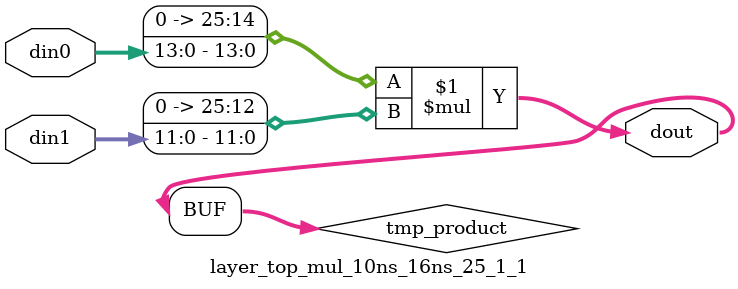
<source format=v>

`timescale 1 ns / 1 ps

  module layer_top_mul_10ns_16ns_25_1_1(din0, din1, dout);
parameter ID = 1;
parameter NUM_STAGE = 0;
parameter din0_WIDTH = 14;
parameter din1_WIDTH = 12;
parameter dout_WIDTH = 26;

input [din0_WIDTH - 1 : 0] din0; 
input [din1_WIDTH - 1 : 0] din1; 
output [dout_WIDTH - 1 : 0] dout;

wire signed [dout_WIDTH - 1 : 0] tmp_product;










assign tmp_product = $signed({1'b0, din0}) * $signed({1'b0, din1});











assign dout = tmp_product;







endmodule

</source>
